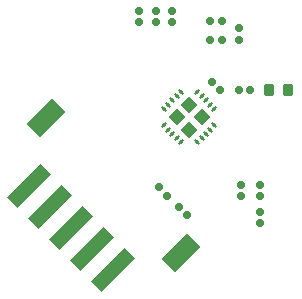
<source format=gbp>
G04*
G04 #@! TF.GenerationSoftware,Altium Limited,Altium Designer,19.0.10 (269)*
G04*
G04 Layer_Color=128*
%FSLAX25Y25*%
%MOIN*%
G70*
G01*
G75*
G04:AMPARAMS|DCode=29|XSize=24.5mil|YSize=26mil|CornerRadius=6.13mil|HoleSize=0mil|Usage=FLASHONLY|Rotation=135.000|XOffset=0mil|YOffset=0mil|HoleType=Round|Shape=RoundedRectangle|*
%AMROUNDEDRECTD29*
21,1,0.02450,0.01375,0,0,135.0*
21,1,0.01225,0.02600,0,0,135.0*
1,1,0.01225,0.00053,0.00919*
1,1,0.01225,0.00919,0.00053*
1,1,0.01225,-0.00053,-0.00919*
1,1,0.01225,-0.00919,-0.00053*
%
%ADD29ROUNDEDRECTD29*%
G04:AMPARAMS|DCode=30|XSize=62.99mil|YSize=118.11mil|CornerRadius=0mil|HoleSize=0mil|Usage=FLASHONLY|Rotation=315.000|XOffset=0mil|YOffset=0mil|HoleType=Round|Shape=Rectangle|*
%AMROTATEDRECTD30*
4,1,4,-0.06403,-0.01949,0.01949,0.06403,0.06403,0.01949,-0.01949,-0.06403,-0.06403,-0.01949,0.0*
%
%ADD30ROTATEDRECTD30*%

G04:AMPARAMS|DCode=31|XSize=51.18mil|YSize=157.48mil|CornerRadius=0mil|HoleSize=0mil|Usage=FLASHONLY|Rotation=315.000|XOffset=0mil|YOffset=0mil|HoleType=Round|Shape=Rectangle|*
%AMROTATEDRECTD31*
4,1,4,-0.07377,-0.03758,0.03758,0.07377,0.07377,0.03758,-0.03758,-0.07377,-0.07377,-0.03758,0.0*
%
%ADD31ROTATEDRECTD31*%

G04:AMPARAMS|DCode=32|XSize=35mil|YSize=41mil|CornerRadius=8.75mil|HoleSize=0mil|Usage=FLASHONLY|Rotation=0.000|XOffset=0mil|YOffset=0mil|HoleType=Round|Shape=RoundedRectangle|*
%AMROUNDEDRECTD32*
21,1,0.03500,0.02350,0,0,0.0*
21,1,0.01750,0.04100,0,0,0.0*
1,1,0.01750,0.00875,-0.01175*
1,1,0.01750,-0.00875,-0.01175*
1,1,0.01750,-0.00875,0.01175*
1,1,0.01750,0.00875,0.01175*
%
%ADD32ROUNDEDRECTD32*%
G04:AMPARAMS|DCode=34|XSize=24.5mil|YSize=26mil|CornerRadius=6.13mil|HoleSize=0mil|Usage=FLASHONLY|Rotation=90.000|XOffset=0mil|YOffset=0mil|HoleType=Round|Shape=RoundedRectangle|*
%AMROUNDEDRECTD34*
21,1,0.02450,0.01375,0,0,90.0*
21,1,0.01225,0.02600,0,0,90.0*
1,1,0.01225,0.00688,0.00613*
1,1,0.01225,0.00688,-0.00613*
1,1,0.01225,-0.00688,-0.00613*
1,1,0.01225,-0.00688,0.00613*
%
%ADD34ROUNDEDRECTD34*%
G04:AMPARAMS|DCode=35|XSize=24.5mil|YSize=26mil|CornerRadius=6.13mil|HoleSize=0mil|Usage=FLASHONLY|Rotation=180.000|XOffset=0mil|YOffset=0mil|HoleType=Round|Shape=RoundedRectangle|*
%AMROUNDEDRECTD35*
21,1,0.02450,0.01375,0,0,180.0*
21,1,0.01225,0.02600,0,0,180.0*
1,1,0.01225,-0.00613,0.00688*
1,1,0.01225,0.00613,0.00688*
1,1,0.01225,0.00613,-0.00688*
1,1,0.01225,-0.00613,-0.00688*
%
%ADD35ROUNDEDRECTD35*%
G04:AMPARAMS|DCode=37|XSize=9.84mil|YSize=23.62mil|CornerRadius=0mil|HoleSize=0mil|Usage=FLASHONLY|Rotation=135.000|XOffset=0mil|YOffset=0mil|HoleType=Round|Shape=Round|*
%AMOVALD37*
21,1,0.01378,0.00984,0.00000,0.00000,225.0*
1,1,0.00984,0.00487,0.00487*
1,1,0.00984,-0.00487,-0.00487*
%
%ADD37OVALD37*%

G04:AMPARAMS|DCode=38|XSize=9.84mil|YSize=23.62mil|CornerRadius=0mil|HoleSize=0mil|Usage=FLASHONLY|Rotation=45.000|XOffset=0mil|YOffset=0mil|HoleType=Round|Shape=Round|*
%AMOVALD38*
21,1,0.01378,0.00984,0.00000,0.00000,135.0*
1,1,0.00984,0.00487,-0.00487*
1,1,0.00984,-0.00487,0.00487*
%
%ADD38OVALD38*%

%ADD57P,0.05568X4X360.0*%
G04:AMPARAMS|DCode=58|XSize=39.37mil|YSize=39.37mil|CornerRadius=0mil|HoleSize=0mil|Usage=FLASHONLY|Rotation=45.000|XOffset=0mil|YOffset=0mil|HoleType=Round|Shape=Rectangle|*
%AMROTATEDRECTD58*
4,1,4,0.00000,-0.02784,-0.02784,0.00000,0.00000,0.02784,0.02784,0.00000,0.00000,-0.02784,0.0*
%
%ADD58ROTATEDRECTD58*%

G04:AMPARAMS|DCode=59|XSize=39.37mil|YSize=39.37mil|CornerRadius=0mil|HoleSize=0mil|Usage=FLASHONLY|Rotation=225.000|XOffset=0mil|YOffset=0mil|HoleType=Round|Shape=Rectangle|*
%AMROTATEDRECTD59*
4,1,4,0.00000,0.02784,0.02784,0.00000,0.00000,-0.02784,-0.02784,0.00000,0.00000,0.02784,0.0*
%
%ADD59ROTATEDRECTD59*%

G04:AMPARAMS|DCode=60|XSize=39.37mil|YSize=39.37mil|CornerRadius=0mil|HoleSize=0mil|Usage=FLASHONLY|Rotation=135.000|XOffset=0mil|YOffset=0mil|HoleType=Round|Shape=Rectangle|*
%AMROTATEDRECTD60*
4,1,4,0.02784,0.00000,0.00000,-0.02784,-0.02784,0.00000,0.00000,0.02784,0.02784,0.00000,0.0*
%
%ADD60ROTATEDRECTD60*%

D29*
X3706Y-17485D02*
D03*
X1019Y-14798D02*
D03*
X7515Y-21294D02*
D03*
X10202Y-23981D02*
D03*
X21422Y17554D02*
D03*
X18735Y20241D02*
D03*
D30*
X8319Y-36780D02*
D03*
X-36780Y8319D02*
D03*
D31*
X-14370Y-42209D02*
D03*
X-21329Y-35249D02*
D03*
X-28289Y-28289D02*
D03*
X-35249Y-21329D02*
D03*
X-42209Y-14370D02*
D03*
D32*
X37795Y17717D02*
D03*
X44094D02*
D03*
D34*
X5512Y40226D02*
D03*
Y44026D02*
D03*
X0Y40226D02*
D03*
Y44026D02*
D03*
X-5512Y40226D02*
D03*
Y44026D02*
D03*
X27559Y34517D02*
D03*
X27559Y38317D02*
D03*
X34646Y-17648D02*
D03*
Y-13848D02*
D03*
X28346D02*
D03*
Y-17648D02*
D03*
X34646Y-22903D02*
D03*
Y-26703D02*
D03*
D35*
X21979Y34517D02*
D03*
X18179Y34517D02*
D03*
Y40551D02*
D03*
X21979Y40551D02*
D03*
X27628Y17717D02*
D03*
X31428D02*
D03*
D37*
X19375Y11445D02*
D03*
X17983Y12837D02*
D03*
X16591Y14229D02*
D03*
X15199Y15621D02*
D03*
X13807Y17013D02*
D03*
X2672Y5878D02*
D03*
X4064Y4486D02*
D03*
X5456Y3094D02*
D03*
X6848Y1702D02*
D03*
X8240Y310D02*
D03*
D38*
Y17013D02*
D03*
X6848Y15621D02*
D03*
X5456Y14229D02*
D03*
X4064Y12837D02*
D03*
X2672Y11445D02*
D03*
X13807Y310D02*
D03*
X15199Y1702D02*
D03*
X16591Y3094D02*
D03*
X17983Y4486D02*
D03*
X19375Y5878D02*
D03*
D57*
X6848Y8661D02*
D03*
D58*
X11024Y4486D02*
D03*
D59*
X11024Y12837D02*
D03*
D60*
X15199Y8661D02*
D03*
M02*

</source>
